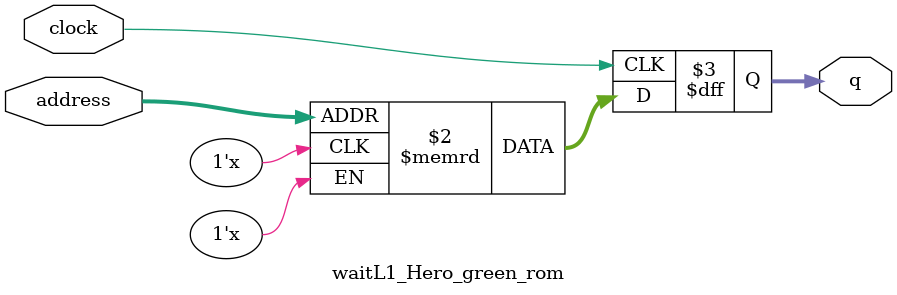
<source format=sv>
module waitL1_Hero_green_rom (
	input logic clock,
	input logic [11:0] address,
	output logic [2:0] q
);

logic [2:0] memory [0:2639] /* synthesis ram_init_file = "./waitL1_Hero_green/waitL1_Hero_green.mif" */;

always_ff @ (posedge clock) begin
	q <= memory[address];
end

endmodule

</source>
